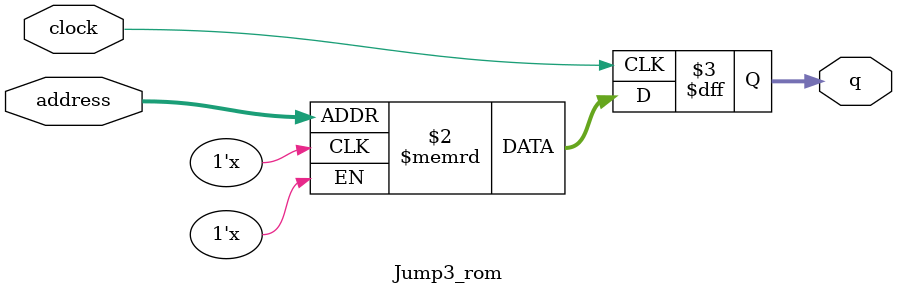
<source format=sv>
module Jump3_rom (
	input logic clock,
	input logic [12:0] address,
	output logic [2:0] q
);

logic [2:0] memory [0:5399] /* synthesis ram_init_file = "./Jump3/Jump3.mif" */;

always_ff @ (posedge clock) begin
	q <= memory[address];
end

endmodule

</source>
